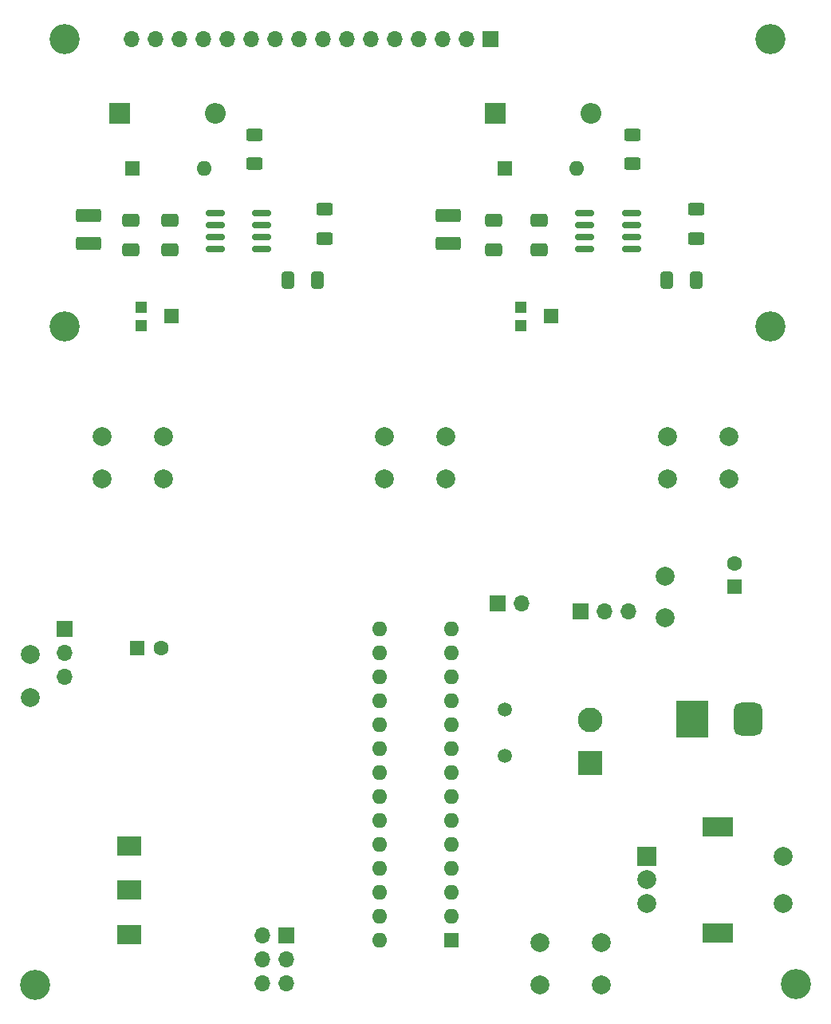
<source format=gbr>
%TF.GenerationSoftware,KiCad,Pcbnew,(5.99.0-12960-gccd3a1e6a9)*%
%TF.CreationDate,2021-11-17T23:12:52-08:00*%
%TF.ProjectId,Team2EpicDiceRoller,5465616d-3245-4706-9963-44696365526f,rev?*%
%TF.SameCoordinates,Original*%
%TF.FileFunction,Soldermask,Top*%
%TF.FilePolarity,Negative*%
%FSLAX46Y46*%
G04 Gerber Fmt 4.6, Leading zero omitted, Abs format (unit mm)*
G04 Created by KiCad (PCBNEW (5.99.0-12960-gccd3a1e6a9)) date 2021-11-17 23:12:52*
%MOMM*%
%LPD*%
G01*
G04 APERTURE LIST*
G04 Aperture macros list*
%AMRoundRect*
0 Rectangle with rounded corners*
0 $1 Rounding radius*
0 $2 $3 $4 $5 $6 $7 $8 $9 X,Y pos of 4 corners*
0 Add a 4 corners polygon primitive as box body*
4,1,4,$2,$3,$4,$5,$6,$7,$8,$9,$2,$3,0*
0 Add four circle primitives for the rounded corners*
1,1,$1+$1,$2,$3*
1,1,$1+$1,$4,$5*
1,1,$1+$1,$6,$7*
1,1,$1+$1,$8,$9*
0 Add four rect primitives between the rounded corners*
20,1,$1+$1,$2,$3,$4,$5,0*
20,1,$1+$1,$4,$5,$6,$7,0*
20,1,$1+$1,$6,$7,$8,$9,0*
20,1,$1+$1,$8,$9,$2,$3,0*%
G04 Aperture macros list end*
%ADD10C,3.200000*%
%ADD11RoundRect,0.250000X0.625000X-0.400000X0.625000X0.400000X-0.625000X0.400000X-0.625000X-0.400000X0*%
%ADD12C,2.000000*%
%ADD13R,3.500000X4.000000*%
%ADD14RoundRect,0.750000X0.750000X1.000000X-0.750000X1.000000X-0.750000X-1.000000X0.750000X-1.000000X0*%
%ADD15RoundRect,0.150000X-0.825000X-0.150000X0.825000X-0.150000X0.825000X0.150000X-0.825000X0.150000X0*%
%ADD16RoundRect,0.250001X-1.074999X0.462499X-1.074999X-0.462499X1.074999X-0.462499X1.074999X0.462499X0*%
%ADD17R,2.200000X2.200000*%
%ADD18O,2.200000X2.200000*%
%ADD19RoundRect,0.250000X0.650000X-0.412500X0.650000X0.412500X-0.650000X0.412500X-0.650000X-0.412500X0*%
%ADD20R,1.200000X1.200000*%
%ADD21R,1.500000X1.600000*%
%ADD22R,1.600000X1.600000*%
%ADD23O,1.600000X1.600000*%
%ADD24C,1.600000*%
%ADD25C,1.500000*%
%ADD26R,2.625000X2.625000*%
%ADD27C,2.625000*%
%ADD28R,1.700000X1.700000*%
%ADD29O,1.700000X1.700000*%
%ADD30R,2.000000X2.000000*%
%ADD31R,3.200000X2.000000*%
%ADD32RoundRect,0.250000X0.412500X0.650000X-0.412500X0.650000X-0.412500X-0.650000X0.412500X-0.650000X0*%
%ADD33R,2.600000X2.000000*%
G04 APERTURE END LIST*
D10*
%TO.C,H2*%
X179700000Y-55900000D03*
%TD*%
D11*
%TO.C,R8*%
X132325000Y-46550000D03*
X132325000Y-43450000D03*
%TD*%
D12*
%TO.C,SW8*%
X175250000Y-67600000D03*
X168750000Y-67600000D03*
X168750000Y-72100000D03*
X175250000Y-72100000D03*
%TD*%
D13*
%TO.C,J3*%
X171350000Y-97582500D03*
D14*
X177350000Y-97582500D03*
%TD*%
D15*
%TO.C,U3*%
X120725000Y-43845000D03*
X120725000Y-45115000D03*
X120725000Y-46385000D03*
X120725000Y-47655000D03*
X125675000Y-47655000D03*
X125675000Y-46385000D03*
X125675000Y-45115000D03*
X125675000Y-43845000D03*
%TD*%
D12*
%TO.C,SW6*%
X138750000Y-67600000D03*
X145250000Y-67600000D03*
X138750000Y-72100000D03*
X145250000Y-72100000D03*
%TD*%
D16*
%TO.C,L2*%
X107275000Y-44107500D03*
X107275000Y-47082500D03*
%TD*%
D11*
%TO.C,R7*%
X165000000Y-38650000D03*
X165000000Y-35550000D03*
%TD*%
D17*
%TO.C,D4*%
X150445000Y-33275000D03*
D18*
X160605000Y-33275000D03*
%TD*%
D19*
%TO.C,C16*%
X150300000Y-47787500D03*
X150300000Y-44662500D03*
%TD*%
D12*
%TO.C,TP1*%
X168550000Y-82375000D03*
%TD*%
D19*
%TO.C,C2*%
X155175000Y-47787500D03*
X155175000Y-44662500D03*
%TD*%
D11*
%TO.C,R5*%
X171800000Y-46550000D03*
X171800000Y-43450000D03*
%TD*%
D20*
%TO.C,RV2*%
X112875000Y-53825000D03*
D21*
X116125000Y-54825000D03*
D20*
X112875000Y-55825000D03*
%TD*%
D12*
%TO.C,TPG1*%
X168550000Y-86775000D03*
%TD*%
D22*
%TO.C,U4*%
X145800000Y-121000000D03*
D23*
X145800000Y-118460000D03*
X145800000Y-115920000D03*
X145800000Y-113380000D03*
X145800000Y-110840000D03*
X145800000Y-108300000D03*
X145800000Y-105760000D03*
X145800000Y-103220000D03*
X145800000Y-100680000D03*
X145800000Y-98140000D03*
X145800000Y-95600000D03*
X145800000Y-93060000D03*
X145800000Y-90520000D03*
X145800000Y-87980000D03*
X138180000Y-87980000D03*
X138180000Y-90520000D03*
X138180000Y-93060000D03*
X138180000Y-95600000D03*
X138180000Y-98140000D03*
X138180000Y-100680000D03*
X138180000Y-103220000D03*
X138180000Y-105760000D03*
X138180000Y-108300000D03*
X138180000Y-110840000D03*
X138180000Y-113380000D03*
X138180000Y-115920000D03*
X138180000Y-118460000D03*
X138180000Y-121000000D03*
%TD*%
D10*
%TO.C,H5*%
X101600000Y-125700000D03*
%TD*%
D16*
%TO.C,L1*%
X145500000Y-44107500D03*
X145500000Y-47082500D03*
%TD*%
D10*
%TO.C,H4*%
X179700000Y-25400000D03*
%TD*%
D22*
%TO.C,C8*%
X112500000Y-90044887D03*
D24*
X115000000Y-90044887D03*
%TD*%
D17*
%TO.C,D3*%
X110570000Y-33275000D03*
D18*
X120730000Y-33275000D03*
%TD*%
D22*
%TO.C,C6*%
X175900000Y-83525000D03*
D24*
X175900000Y-81025000D03*
%TD*%
D25*
%TO.C,Y1*%
X151500000Y-101450000D03*
X151500000Y-96570000D03*
%TD*%
D26*
%TO.C,SW3*%
X160560000Y-102232500D03*
D27*
X160560000Y-97632500D03*
%TD*%
D28*
%TO.C,J1*%
X128290000Y-120475000D03*
D29*
X125750000Y-120475000D03*
X128290000Y-123015000D03*
X125750000Y-123015000D03*
X128290000Y-125555000D03*
X125750000Y-125555000D03*
%TD*%
D22*
%TO.C,D2*%
X111915000Y-39125000D03*
D23*
X119535000Y-39125000D03*
%TD*%
D30*
%TO.C,SW4*%
X166575000Y-112100000D03*
D12*
X166575000Y-117100000D03*
X166575000Y-114600000D03*
D31*
X174075000Y-120200000D03*
X174075000Y-109000000D03*
D12*
X181075000Y-117100000D03*
X181075000Y-112100000D03*
%TD*%
%TO.C,TP2*%
X101125000Y-90725000D03*
%TD*%
D28*
%TO.C,JP1*%
X104750000Y-87975000D03*
D29*
X104750000Y-90515000D03*
X104750000Y-93055000D03*
%TD*%
D32*
%TO.C,C1*%
X171787500Y-50950000D03*
X168662500Y-50950000D03*
%TD*%
D12*
%TO.C,SW5*%
X108750000Y-67600000D03*
X115250000Y-67600000D03*
X115250000Y-72100000D03*
X108750000Y-72100000D03*
%TD*%
%TO.C,TPG2*%
X101075000Y-95275000D03*
%TD*%
D10*
%TO.C,H1*%
X104775000Y-55875000D03*
%TD*%
D28*
%TO.C,JP2*%
X159575000Y-86075000D03*
D29*
X162115000Y-86075000D03*
X164655000Y-86075000D03*
%TD*%
D28*
%TO.C,J2*%
X149961600Y-25400000D03*
D29*
X147421600Y-25400000D03*
X144881600Y-25400000D03*
X142341600Y-25400000D03*
X139801600Y-25400000D03*
X137261600Y-25400000D03*
X134721600Y-25400000D03*
X132181600Y-25400000D03*
X129641600Y-25400000D03*
X127101600Y-25400000D03*
X124561600Y-25400000D03*
X122021600Y-25400000D03*
X119481600Y-25400000D03*
X116941600Y-25400000D03*
X114401600Y-25400000D03*
X111861600Y-25400000D03*
%TD*%
D15*
%TO.C,U1*%
X160000000Y-43845000D03*
X160000000Y-45115000D03*
X160000000Y-46385000D03*
X160000000Y-47655000D03*
X164950000Y-47655000D03*
X164950000Y-46385000D03*
X164950000Y-45115000D03*
X164950000Y-43845000D03*
%TD*%
D10*
%TO.C,H3*%
X104775000Y-25400000D03*
%TD*%
D20*
%TO.C,RV1*%
X153150000Y-53825000D03*
D21*
X156400000Y-54825000D03*
D20*
X153150000Y-55825000D03*
%TD*%
D22*
%TO.C,D1*%
X151515000Y-39125000D03*
D23*
X159135000Y-39125000D03*
%TD*%
D19*
%TO.C,C17*%
X111825000Y-47787500D03*
X111825000Y-44662500D03*
%TD*%
D28*
%TO.C,SW2*%
X150700000Y-85250000D03*
D29*
X153240000Y-85250000D03*
%TD*%
D32*
%TO.C,C4*%
X131587500Y-50950000D03*
X128462500Y-50950000D03*
%TD*%
D10*
%TO.C,H6*%
X182425000Y-125675000D03*
%TD*%
D19*
%TO.C,C5*%
X115900000Y-47787500D03*
X115900000Y-44662500D03*
%TD*%
D11*
%TO.C,R10*%
X124925000Y-38650000D03*
X124925000Y-35550000D03*
%TD*%
D12*
%TO.C,SW7*%
X161750000Y-125750000D03*
X155250000Y-125750000D03*
X155250000Y-121250000D03*
X161750000Y-121250000D03*
%TD*%
D33*
%TO.C,SW1*%
X111575000Y-110975000D03*
X111575000Y-115675000D03*
X111575000Y-120375000D03*
%TD*%
M02*

</source>
